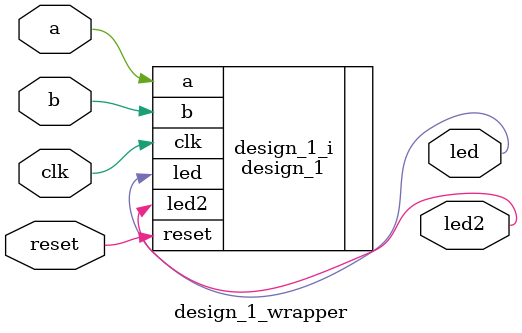
<source format=v>
`timescale 1 ps / 1 ps

module design_1_wrapper
   (a,
    b,
    clk,
    led,
    led2,
    reset);
  input a;
  input b;
  input clk;
  output led;
  output led2;
  input reset;

  wire a;
  wire b;
  wire clk;
  wire led;
  wire led2;
  wire reset;

  design_1 design_1_i
       (.a(a),
        .b(b),
        .clk(clk),
        .led(led),
        .led2(led2),
        .reset(reset));
endmodule

</source>
